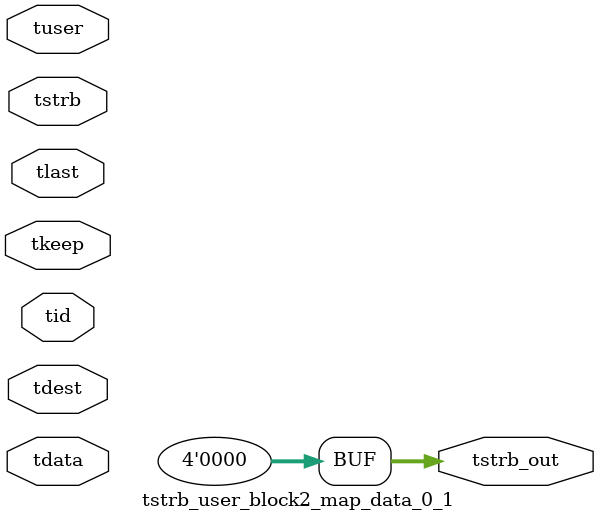
<source format=v>


`timescale 1ps/1ps

module tstrb_user_block2_map_data_0_1 #
(
parameter C_S_AXIS_TDATA_WIDTH = 32,
parameter C_S_AXIS_TUSER_WIDTH = 0,
parameter C_S_AXIS_TID_WIDTH   = 0,
parameter C_S_AXIS_TDEST_WIDTH = 0,
parameter C_M_AXIS_TDATA_WIDTH = 32
)
(
input  [(C_S_AXIS_TDATA_WIDTH == 0 ? 1 : C_S_AXIS_TDATA_WIDTH)-1:0     ] tdata,
input  [(C_S_AXIS_TUSER_WIDTH == 0 ? 1 : C_S_AXIS_TUSER_WIDTH)-1:0     ] tuser,
input  [(C_S_AXIS_TID_WIDTH   == 0 ? 1 : C_S_AXIS_TID_WIDTH)-1:0       ] tid,
input  [(C_S_AXIS_TDEST_WIDTH == 0 ? 1 : C_S_AXIS_TDEST_WIDTH)-1:0     ] tdest,
input  [(C_S_AXIS_TDATA_WIDTH/8)-1:0 ] tkeep,
input  [(C_S_AXIS_TDATA_WIDTH/8)-1:0 ] tstrb,
input                                                                    tlast,
output [(C_M_AXIS_TDATA_WIDTH/8)-1:0 ] tstrb_out
);

assign tstrb_out = {1'b0};

endmodule


</source>
